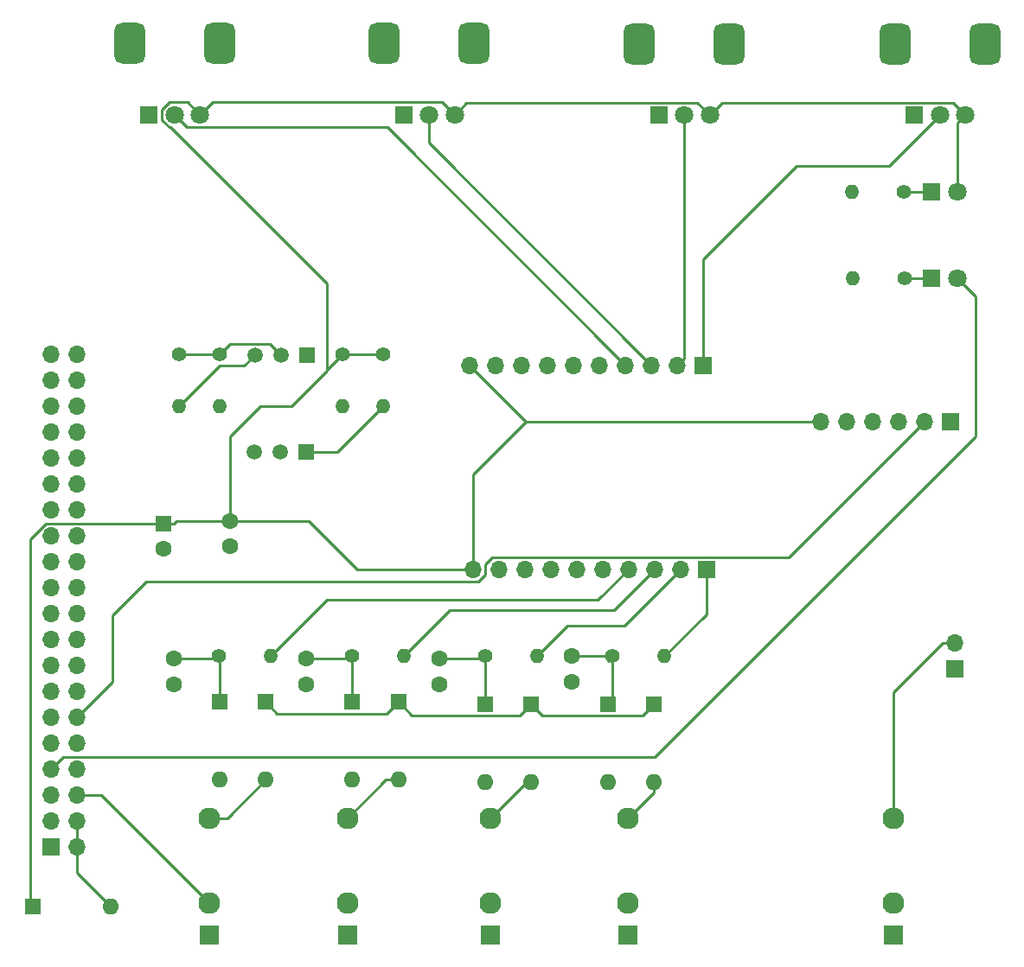
<source format=gbr>
%TF.GenerationSoftware,KiCad,Pcbnew,8.0.0*%
%TF.CreationDate,2024-04-01T16:50:34+09:00*%
%TF.ProjectId,Raverack,52617665-7261-4636-9b2e-6b696361645f,rev?*%
%TF.SameCoordinates,Original*%
%TF.FileFunction,Copper,L1,Top*%
%TF.FilePolarity,Positive*%
%FSLAX46Y46*%
G04 Gerber Fmt 4.6, Leading zero omitted, Abs format (unit mm)*
G04 Created by KiCad (PCBNEW 8.0.0) date 2024-04-01 16:50:34*
%MOMM*%
%LPD*%
G01*
G04 APERTURE LIST*
G04 Aperture macros list*
%AMRoundRect*
0 Rectangle with rounded corners*
0 $1 Rounding radius*
0 $2 $3 $4 $5 $6 $7 $8 $9 X,Y pos of 4 corners*
0 Add a 4 corners polygon primitive as box body*
4,1,4,$2,$3,$4,$5,$6,$7,$8,$9,$2,$3,0*
0 Add four circle primitives for the rounded corners*
1,1,$1+$1,$2,$3*
1,1,$1+$1,$4,$5*
1,1,$1+$1,$6,$7*
1,1,$1+$1,$8,$9*
0 Add four rect primitives between the rounded corners*
20,1,$1+$1,$2,$3,$4,$5,0*
20,1,$1+$1,$4,$5,$6,$7,0*
20,1,$1+$1,$6,$7,$8,$9,0*
20,1,$1+$1,$8,$9,$2,$3,0*%
G04 Aperture macros list end*
%TA.AperFunction,ComponentPad*%
%ADD10C,1.600000*%
%TD*%
%TA.AperFunction,ComponentPad*%
%ADD11C,1.400000*%
%TD*%
%TA.AperFunction,ComponentPad*%
%ADD12O,1.400000X1.400000*%
%TD*%
%TA.AperFunction,ComponentPad*%
%ADD13R,1.600000X1.600000*%
%TD*%
%TA.AperFunction,ComponentPad*%
%ADD14O,1.600000X1.600000*%
%TD*%
%TA.AperFunction,ComponentPad*%
%ADD15R,1.930000X1.830000*%
%TD*%
%TA.AperFunction,ComponentPad*%
%ADD16C,2.130000*%
%TD*%
%TA.AperFunction,ComponentPad*%
%ADD17R,1.500000X1.500000*%
%TD*%
%TA.AperFunction,ComponentPad*%
%ADD18C,1.500000*%
%TD*%
%TA.AperFunction,ComponentPad*%
%ADD19R,1.700000X1.700000*%
%TD*%
%TA.AperFunction,ComponentPad*%
%ADD20O,1.700000X1.700000*%
%TD*%
%TA.AperFunction,ComponentPad*%
%ADD21R,1.800000X1.800000*%
%TD*%
%TA.AperFunction,ComponentPad*%
%ADD22C,1.800000*%
%TD*%
%TA.AperFunction,ComponentPad*%
%ADD23RoundRect,0.750000X0.750000X-1.250000X0.750000X1.250000X-0.750000X1.250000X-0.750000X-1.250000X0*%
%TD*%
%TA.AperFunction,Conductor*%
%ADD24C,0.250000*%
%TD*%
G04 APERTURE END LIST*
D10*
%TO.P,C2,1*%
%TO.N,Net-(D3-K)*%
X122000000Y-102250000D03*
%TO.P,C2,2*%
%TO.N,GND*%
X122000000Y-104750000D03*
%TD*%
D11*
%TO.P,R4,1*%
%TO.N,Net-(D7-K)*%
X151960000Y-102000000D03*
D12*
%TO.P,R4,2*%
%TO.N,ADC1_D*%
X157040000Y-102000000D03*
%TD*%
D11*
%TO.P,R2,1*%
%TO.N,Net-(D3-K)*%
X126460000Y-102000000D03*
D12*
%TO.P,R2,2*%
%TO.N,ADC1_B*%
X131540000Y-102000000D03*
%TD*%
D13*
%TO.P,D1,1,K*%
%TO.N,Net-(D1-K)*%
X113500000Y-106500000D03*
D14*
%TO.P,D1,2,A*%
%TO.N,GND*%
X113500000Y-114120000D03*
%TD*%
D15*
%TO.P,J2,S*%
%TO.N,GND*%
X126000000Y-129280000D03*
D16*
%TO.P,J2,T*%
%TO.N,Net-(D3-K)*%
X126000000Y-117880000D03*
%TO.P,J2,TN*%
%TO.N,GND*%
X126000000Y-126180000D03*
%TD*%
D10*
%TO.P,C4,1*%
%TO.N,Net-(D7-K)*%
X148000000Y-102000000D03*
%TO.P,C4,2*%
%TO.N,GND*%
X148000000Y-104500000D03*
%TD*%
D17*
%TO.P,Q2,1,D*%
%TO.N,SDA*%
X122000000Y-82000000D03*
D18*
%TO.P,Q2,2,G*%
%TO.N,3.3V*%
X119460000Y-82000000D03*
%TO.P,Q2,3,S*%
%TO.N,SDA3.3V*%
X116920000Y-82000000D03*
%TD*%
D19*
%TO.P,ADS1115_A1,1,Pin_1*%
%TO.N,ADC1_D*%
X161160000Y-93500000D03*
D20*
%TO.P,ADS1115_A1,2,Pin_2*%
%TO.N,ADC1_C*%
X158620000Y-93500000D03*
%TO.P,ADS1115_A1,3,Pin_3*%
%TO.N,ADC1_B*%
X156080000Y-93500000D03*
%TO.P,ADS1115_A1,4,Pin_4*%
%TO.N,ADC1_A*%
X153540000Y-93500000D03*
%TO.P,ADS1115_A1,5,Pin_5*%
%TO.N,GND*%
X151000000Y-93500000D03*
%TO.P,ADS1115_A1,6,Pin_6*%
%TO.N,5V*%
X148460000Y-93500000D03*
%TO.P,ADS1115_A1,7,Pin_7*%
%TO.N,SDA*%
X145920000Y-93500000D03*
%TO.P,ADS1115_A1,8,Pin_8*%
%TO.N,SCL*%
X143380000Y-93500000D03*
%TO.P,ADS1115_A1,9,Pin_9*%
%TO.N,GND*%
X140840000Y-93500000D03*
%TO.P,ADS1115_A1,10,Pin_10*%
%TO.N,5V*%
X138300000Y-93500000D03*
%TD*%
D11*
%TO.P,R1,1*%
%TO.N,Net-(D1-K)*%
X113460000Y-102000000D03*
D12*
%TO.P,R1,2*%
%TO.N,ADC1_A*%
X118540000Y-102000000D03*
%TD*%
D13*
%TO.P,D5,1,K*%
%TO.N,Net-(D5-K)*%
X139500000Y-106690000D03*
D14*
%TO.P,D5,2,A*%
%TO.N,GND*%
X139500000Y-114310000D03*
%TD*%
D21*
%TO.P,D8,1,K*%
%TO.N,Net-(D8-K)*%
X183225000Y-56500000D03*
D22*
%TO.P,D8,2,A*%
%TO.N,5V*%
X185765000Y-56500000D03*
%TD*%
D13*
%TO.P,D9,1,K*%
%TO.N,5V*%
X156000000Y-106690000D03*
D14*
%TO.P,D9,2,A*%
%TO.N,Net-(D7-K)*%
X156000000Y-114310000D03*
%TD*%
D21*
%TO.P,RV3,1,1*%
%TO.N,GND*%
X156500000Y-49000000D03*
D22*
%TO.P,RV3,2,2*%
%TO.N,ADC2_C*%
X159000000Y-49000000D03*
%TO.P,RV3,3,3*%
%TO.N,5V*%
X161500000Y-49000000D03*
D23*
%TO.P,RV3,MP*%
%TO.N,N/C*%
X154600000Y-42000000D03*
X163400000Y-42000000D03*
%TD*%
D11*
%TO.P,R9,1*%
%TO.N,5V*%
X125500000Y-72460000D03*
D12*
%TO.P,R9,2*%
%TO.N,SCL*%
X125500000Y-77540000D03*
%TD*%
D15*
%TO.P,J4,S*%
%TO.N,GND*%
X153500000Y-129280000D03*
D16*
%TO.P,J4,T*%
%TO.N,Net-(D7-K)*%
X153500000Y-117880000D03*
%TO.P,J4,TN*%
%TO.N,GND*%
X153500000Y-126180000D03*
%TD*%
D11*
%TO.P,R5,1*%
%TO.N,Net-(D8-K)*%
X180500000Y-56500000D03*
D12*
%TO.P,R5,2*%
%TO.N,GND*%
X175420000Y-56500000D03*
%TD*%
D13*
%TO.P,D11,1,K*%
%TO.N,5V*%
X95190000Y-126500000D03*
D14*
%TO.P,D11,2,A*%
%TO.N,Net-(D11-A)*%
X102810000Y-126500000D03*
%TD*%
D21*
%TO.P,D10,1,K*%
%TO.N,Net-(D10-K)*%
X183225000Y-65000000D03*
D22*
%TO.P,D10,2,A*%
%TO.N,GPIO4_PiLed*%
X185765000Y-65000000D03*
%TD*%
D13*
%TO.P,D6,1,K*%
%TO.N,5V*%
X144000000Y-106690000D03*
D14*
%TO.P,D6,2,A*%
%TO.N,Net-(D5-K)*%
X144000000Y-114310000D03*
%TD*%
D10*
%TO.P,C3,1*%
%TO.N,Net-(D5-K)*%
X135000000Y-102250000D03*
%TO.P,C3,2*%
%TO.N,GND*%
X135000000Y-104750000D03*
%TD*%
D13*
%TO.P,D7,1,K*%
%TO.N,Net-(D7-K)*%
X151500000Y-106690000D03*
D14*
%TO.P,D7,2,A*%
%TO.N,GND*%
X151500000Y-114310000D03*
%TD*%
D21*
%TO.P,RV4,1,1*%
%TO.N,GND*%
X181500000Y-49000000D03*
D22*
%TO.P,RV4,2,2*%
%TO.N,ADC2_D*%
X184000000Y-49000000D03*
%TO.P,RV4,3,3*%
%TO.N,5V*%
X186500000Y-49000000D03*
D23*
%TO.P,RV4,MP*%
%TO.N,N/C*%
X179600000Y-42000000D03*
X188400000Y-42000000D03*
%TD*%
D13*
%TO.P,D2,1,K*%
%TO.N,5V*%
X118000000Y-106500000D03*
D14*
%TO.P,D2,2,A*%
%TO.N,Net-(D1-K)*%
X118000000Y-114120000D03*
%TD*%
D15*
%TO.P,J1,S*%
%TO.N,GND*%
X112500000Y-129280000D03*
D16*
%TO.P,J1,T*%
%TO.N,Net-(D1-K)*%
X112500000Y-117880000D03*
%TO.P,J1,TN*%
%TO.N,GND*%
X112500000Y-126180000D03*
%TD*%
D15*
%TO.P,J5,S*%
%TO.N,GND*%
X179500000Y-129280000D03*
D16*
%TO.P,J5,T*%
%TO.N,Net-(AudioOut1-Pin_2)*%
X179500000Y-117880000D03*
%TO.P,J5,TN*%
%TO.N,GND*%
X179500000Y-126180000D03*
%TD*%
D11*
%TO.P,R3,1*%
%TO.N,Net-(D5-K)*%
X139500000Y-102000000D03*
D12*
%TO.P,R3,2*%
%TO.N,ADC1_C*%
X144580000Y-102000000D03*
%TD*%
D21*
%TO.P,RV1,1,1*%
%TO.N,GND*%
X106600000Y-48950000D03*
D22*
%TO.P,RV1,2,2*%
%TO.N,ADC2_A*%
X109100000Y-48950000D03*
%TO.P,RV1,3,3*%
%TO.N,5V*%
X111600000Y-48950000D03*
D23*
%TO.P,RV1,MP*%
%TO.N,N/C*%
X104700000Y-41950000D03*
X113500000Y-41950000D03*
%TD*%
D15*
%TO.P,J3,S*%
%TO.N,GND*%
X140000000Y-129280000D03*
D16*
%TO.P,J3,T*%
%TO.N,Net-(D5-K)*%
X140000000Y-117880000D03*
%TO.P,J3,TN*%
%TO.N,GND*%
X140000000Y-126180000D03*
%TD*%
D11*
%TO.P,R7,1*%
%TO.N,3.3V*%
X109500000Y-72460000D03*
D12*
%TO.P,R7,2*%
%TO.N,SCL3.3V*%
X109500000Y-77540000D03*
%TD*%
D11*
%TO.P,R10,1*%
%TO.N,5V*%
X129500000Y-72460000D03*
D12*
%TO.P,R10,2*%
%TO.N,SDA*%
X129500000Y-77540000D03*
%TD*%
D10*
%TO.P,C1,1*%
%TO.N,Net-(D1-K)*%
X109000000Y-102250000D03*
%TO.P,C1,2*%
%TO.N,GND*%
X109000000Y-104750000D03*
%TD*%
D11*
%TO.P,R8,1*%
%TO.N,3.3V*%
X113500000Y-72460000D03*
D12*
%TO.P,R8,2*%
%TO.N,SDA3.3V*%
X113500000Y-77540000D03*
%TD*%
D11*
%TO.P,R6,1*%
%TO.N,Net-(D10-K)*%
X180540000Y-65000000D03*
D12*
%TO.P,R6,2*%
%TO.N,GND*%
X175460000Y-65000000D03*
%TD*%
D19*
%TO.P,PCM5102,1,Pin_1*%
%TO.N,GND*%
X185080000Y-79000000D03*
D20*
%TO.P,PCM5102,2,Pin_2*%
%TO.N,BCK*%
X182540000Y-79000000D03*
%TO.P,PCM5102,3,Pin_3*%
%TO.N,DIN*%
X180000000Y-79000000D03*
%TO.P,PCM5102,4,Pin_4*%
%TO.N,LCK*%
X177460000Y-79000000D03*
%TO.P,PCM5102,5,Pin_5*%
%TO.N,GND*%
X174920000Y-79000000D03*
%TO.P,PCM5102,6,Pin_6*%
%TO.N,5V*%
X172380000Y-79000000D03*
%TD*%
D13*
%TO.P,D4,1,K*%
%TO.N,5V*%
X131000000Y-106500000D03*
D14*
%TO.P,D4,2,A*%
%TO.N,Net-(D3-K)*%
X131000000Y-114120000D03*
%TD*%
D13*
%TO.P,D3,1,K*%
%TO.N,Net-(D3-K)*%
X126500000Y-106500000D03*
D14*
%TO.P,D3,2,A*%
%TO.N,GND*%
X126500000Y-114120000D03*
%TD*%
D17*
%TO.P,Q1,1,D*%
%TO.N,SCL*%
X122040000Y-72500000D03*
D18*
%TO.P,Q1,2,G*%
%TO.N,3.3V*%
X119500000Y-72500000D03*
%TO.P,Q1,3,S*%
%TO.N,SCL3.3V*%
X116960000Y-72500000D03*
%TD*%
D10*
%TO.P,C5,1*%
%TO.N,5V*%
X114500000Y-88750000D03*
%TO.P,C5,2*%
%TO.N,GND*%
X114500000Y-91250000D03*
%TD*%
D19*
%TO.P,AudioOut1,1,Pin_1*%
%TO.N,GND*%
X185500000Y-103275000D03*
D20*
%TO.P,AudioOut1,2,Pin_2*%
%TO.N,Net-(AudioOut1-Pin_2)*%
X185500000Y-100735000D03*
%TD*%
D19*
%TO.P,ADS1115_B1,1,Pin_1*%
%TO.N,ADC2_D*%
X160860000Y-73500000D03*
D20*
%TO.P,ADS1115_B1,2,Pin_2*%
%TO.N,ADC2_C*%
X158320000Y-73500000D03*
%TO.P,ADS1115_B1,3,Pin_3*%
%TO.N,ADC2_B*%
X155780000Y-73500000D03*
%TO.P,ADS1115_B1,4,Pin_4*%
%TO.N,ADC2_A*%
X153240000Y-73500000D03*
%TO.P,ADS1115_B1,5,Pin_5*%
%TO.N,GND*%
X150700000Y-73500000D03*
%TO.P,ADS1115_B1,6,Pin_6*%
X148160000Y-73500000D03*
%TO.P,ADS1115_B1,7,Pin_7*%
%TO.N,SDA*%
X145620000Y-73500000D03*
%TO.P,ADS1115_B1,8,Pin_8*%
%TO.N,SCL*%
X143080000Y-73500000D03*
%TO.P,ADS1115_B1,9,Pin_9*%
%TO.N,GND*%
X140540000Y-73500000D03*
%TO.P,ADS1115_B1,10,Pin_10*%
%TO.N,5V*%
X138000000Y-73500000D03*
%TD*%
D21*
%TO.P,RV2,1,1*%
%TO.N,GND*%
X131500000Y-48950000D03*
D22*
%TO.P,RV2,2,2*%
%TO.N,ADC2_B*%
X134000000Y-48950000D03*
%TO.P,RV2,3,3*%
%TO.N,5V*%
X136500000Y-48950000D03*
D23*
%TO.P,RV2,MP*%
%TO.N,N/C*%
X129600000Y-41950000D03*
X138400000Y-41950000D03*
%TD*%
D13*
%TO.P,C6,1*%
%TO.N,5V*%
X108000000Y-89000000D03*
D10*
%TO.P,C6,2*%
%TO.N,GND*%
X108000000Y-91500000D03*
%TD*%
D19*
%TO.P,RaspiIO1,1,Pin_1*%
%TO.N,N/C*%
X97000000Y-120660000D03*
D20*
%TO.P,RaspiIO1,2,Pin_2*%
%TO.N,Net-(D11-A)*%
X99540000Y-120660000D03*
%TO.P,RaspiIO1,3,Pin_3*%
%TO.N,SDA3.3V*%
X97000000Y-118120000D03*
%TO.P,RaspiIO1,4,Pin_4*%
%TO.N,Net-(D11-A)*%
X99540000Y-118120000D03*
%TO.P,RaspiIO1,5,Pin_5*%
%TO.N,SCL3.3V*%
X97000000Y-115580000D03*
%TO.P,RaspiIO1,6,Pin_6*%
%TO.N,GND*%
X99540000Y-115580000D03*
%TO.P,RaspiIO1,7,Pin_7*%
%TO.N,GPIO4_PiLed*%
X97000000Y-113040000D03*
%TO.P,RaspiIO1,8,Pin_8*%
%TO.N,unconnected-(RaspiIO1-Pin_8-Pad8)*%
X99540000Y-113040000D03*
%TO.P,RaspiIO1,9,Pin_9*%
%TO.N,unconnected-(RaspiIO1-Pin_9-Pad9)*%
X97000000Y-110500000D03*
%TO.P,RaspiIO1,10,Pin_10*%
%TO.N,unconnected-(RaspiIO1-Pin_10-Pad10)*%
X99540000Y-110500000D03*
%TO.P,RaspiIO1,11,Pin_11*%
%TO.N,unconnected-(RaspiIO1-Pin_11-Pad11)*%
X97000000Y-107960000D03*
%TO.P,RaspiIO1,12,Pin_12*%
%TO.N,BCK*%
X99540000Y-107960000D03*
%TO.P,RaspiIO1,13,Pin_13*%
%TO.N,unconnected-(RaspiIO1-Pin_13-Pad13)*%
X97000000Y-105420000D03*
%TO.P,RaspiIO1,14,Pin_14*%
%TO.N,GND*%
X99540000Y-105420000D03*
%TO.P,RaspiIO1,15,Pin_15*%
%TO.N,unconnected-(RaspiIO1-Pin_15-Pad15)*%
X97000000Y-102880000D03*
%TO.P,RaspiIO1,16,Pin_16*%
%TO.N,unconnected-(RaspiIO1-Pin_16-Pad16)*%
X99540000Y-102880000D03*
%TO.P,RaspiIO1,17,Pin_17*%
%TO.N,3.3V*%
X97000000Y-100340000D03*
%TO.P,RaspiIO1,18,Pin_18*%
%TO.N,unconnected-(RaspiIO1-Pin_18-Pad18)*%
X99540000Y-100340000D03*
%TO.P,RaspiIO1,19,Pin_19*%
%TO.N,unconnected-(RaspiIO1-Pin_19-Pad19)*%
X97000000Y-97800000D03*
%TO.P,RaspiIO1,20,Pin_20*%
%TO.N,unconnected-(RaspiIO1-Pin_20-Pad20)*%
X99540000Y-97800000D03*
%TO.P,RaspiIO1,21,Pin_21*%
%TO.N,unconnected-(RaspiIO1-Pin_21-Pad21)*%
X97000000Y-95260000D03*
%TO.P,RaspiIO1,22,Pin_22*%
%TO.N,unconnected-(RaspiIO1-Pin_22-Pad22)*%
X99540000Y-95260000D03*
%TO.P,RaspiIO1,23,Pin_23*%
%TO.N,unconnected-(RaspiIO1-Pin_23-Pad23)*%
X97000000Y-92720000D03*
%TO.P,RaspiIO1,24,Pin_24*%
%TO.N,unconnected-(RaspiIO1-Pin_24-Pad24)*%
X99540000Y-92720000D03*
%TO.P,RaspiIO1,25,Pin_25*%
%TO.N,unconnected-(RaspiIO1-Pin_25-Pad25)*%
X97000000Y-90180000D03*
%TO.P,RaspiIO1,26,Pin_26*%
%TO.N,unconnected-(RaspiIO1-Pin_26-Pad26)*%
X99540000Y-90180000D03*
%TO.P,RaspiIO1,27,Pin_27*%
%TO.N,unconnected-(RaspiIO1-Pin_27-Pad27)*%
X97000000Y-87640000D03*
%TO.P,RaspiIO1,28,Pin_28*%
%TO.N,unconnected-(RaspiIO1-Pin_28-Pad28)*%
X99540000Y-87640000D03*
%TO.P,RaspiIO1,29,Pin_29*%
%TO.N,unconnected-(RaspiIO1-Pin_29-Pad29)*%
X97000000Y-85100000D03*
%TO.P,RaspiIO1,30,Pin_30*%
%TO.N,unconnected-(RaspiIO1-Pin_30-Pad30)*%
X99540000Y-85100000D03*
%TO.P,RaspiIO1,31,Pin_31*%
%TO.N,unconnected-(RaspiIO1-Pin_31-Pad31)*%
X97000000Y-82560000D03*
%TO.P,RaspiIO1,32,Pin_32*%
%TO.N,unconnected-(RaspiIO1-Pin_32-Pad32)*%
X99540000Y-82560000D03*
%TO.P,RaspiIO1,33,Pin_33*%
%TO.N,unconnected-(RaspiIO1-Pin_33-Pad33)*%
X97000000Y-80020000D03*
%TO.P,RaspiIO1,34,Pin_34*%
%TO.N,unconnected-(RaspiIO1-Pin_34-Pad34)*%
X99540000Y-80020000D03*
%TO.P,RaspiIO1,35,Pin_35*%
%TO.N,LCK*%
X97000000Y-77480000D03*
%TO.P,RaspiIO1,36,Pin_36*%
%TO.N,unconnected-(RaspiIO1-Pin_36-Pad36)*%
X99540000Y-77480000D03*
%TO.P,RaspiIO1,37,Pin_37*%
%TO.N,unconnected-(RaspiIO1-Pin_37-Pad37)*%
X97000000Y-74940000D03*
%TO.P,RaspiIO1,38,Pin_38*%
%TO.N,unconnected-(RaspiIO1-Pin_38-Pad38)*%
X99540000Y-74940000D03*
%TO.P,RaspiIO1,39,Pin_39*%
%TO.N,GND*%
X97000000Y-72400000D03*
%TO.P,RaspiIO1,40,Pin_40*%
%TO.N,DIN*%
X99540000Y-72400000D03*
%TD*%
D24*
%TO.N,SDA*%
X122000000Y-82000000D02*
X125040000Y-82000000D01*
X125040000Y-82000000D02*
X129500000Y-77540000D01*
%TO.N,ADC1_D*%
X157040000Y-102000000D02*
X161160000Y-97880000D01*
X161160000Y-97880000D02*
X161160000Y-93500000D01*
%TO.N,5V*%
X108675000Y-50175000D02*
X108592588Y-50175000D01*
X107875000Y-48442588D02*
X108592588Y-47725000D01*
X114500000Y-80500000D02*
X117500000Y-77500000D01*
X185765000Y-49735000D02*
X186500000Y-49000000D01*
X108592588Y-47725000D02*
X110375000Y-47725000D01*
X95000000Y-90518299D02*
X95000000Y-126310000D01*
X143500000Y-79000000D02*
X138300000Y-84200000D01*
X136500000Y-48950000D02*
X135275000Y-47725000D01*
X143500000Y-79000000D02*
X138000000Y-73500000D01*
X124000000Y-65500000D02*
X108675000Y-50175000D01*
X110375000Y-47725000D02*
X111600000Y-48950000D01*
X112825000Y-47725000D02*
X111600000Y-48950000D01*
X109250000Y-88750000D02*
X114500000Y-88750000D01*
X137675000Y-47775000D02*
X136500000Y-48950000D01*
X119125000Y-107625000D02*
X129875000Y-107625000D01*
X107875000Y-49457412D02*
X107875000Y-48442588D01*
X131000000Y-106500000D02*
X132315000Y-107815000D01*
X160275000Y-47775000D02*
X137675000Y-47775000D01*
X124000000Y-74000000D02*
X124000000Y-65500000D01*
X162725000Y-47775000D02*
X161500000Y-49000000D01*
X108592588Y-50175000D02*
X107875000Y-49457412D01*
X107555000Y-89445000D02*
X108000000Y-89000000D01*
X186500000Y-49000000D02*
X185275000Y-47775000D01*
X108000000Y-89000000D02*
X96518299Y-89000000D01*
X96518299Y-89000000D02*
X95000000Y-90518299D01*
X142875000Y-107815000D02*
X144000000Y-106690000D01*
X138300000Y-84200000D02*
X138300000Y-93500000D01*
X95000000Y-126310000D02*
X95190000Y-126500000D01*
X185765000Y-56500000D02*
X185765000Y-49735000D01*
X108000000Y-89000000D02*
X109000000Y-89000000D01*
X124000000Y-74000000D02*
X124000000Y-73960000D01*
X145125000Y-107815000D02*
X154875000Y-107815000D01*
X132315000Y-107815000D02*
X142875000Y-107815000D01*
X135275000Y-47725000D02*
X112825000Y-47725000D01*
X125500000Y-72460000D02*
X129500000Y-72460000D01*
X117500000Y-77500000D02*
X120500000Y-77500000D01*
X161500000Y-49000000D02*
X160275000Y-47775000D01*
X144000000Y-106690000D02*
X145125000Y-107815000D01*
X114500000Y-88750000D02*
X114500000Y-80500000D01*
X122250000Y-88750000D02*
X127000000Y-93500000D01*
X154875000Y-107815000D02*
X156000000Y-106690000D01*
X120500000Y-77500000D02*
X124000000Y-74000000D01*
X143500000Y-79000000D02*
X172380000Y-79000000D01*
X118000000Y-106500000D02*
X119125000Y-107625000D01*
X129875000Y-107625000D02*
X131000000Y-106500000D01*
X127000000Y-93500000D02*
X138300000Y-93500000D01*
X185275000Y-47775000D02*
X162725000Y-47775000D01*
X114500000Y-88750000D02*
X122250000Y-88750000D01*
X124000000Y-73960000D02*
X125500000Y-72460000D01*
X109000000Y-89000000D02*
X109250000Y-88750000D01*
%TO.N,ADC1_B*%
X136040000Y-97500000D02*
X152080000Y-97500000D01*
X152080000Y-97500000D02*
X156080000Y-93500000D01*
X131540000Y-102000000D02*
X136040000Y-97500000D01*
%TO.N,ADC1_C*%
X147580000Y-99000000D02*
X153120000Y-99000000D01*
X153120000Y-99000000D02*
X158620000Y-93500000D01*
X144580000Y-102000000D02*
X147580000Y-99000000D01*
%TO.N,GND*%
X106950000Y-48950000D02*
X106600000Y-48950000D01*
X99540000Y-115580000D02*
X101900000Y-115580000D01*
X101900000Y-115580000D02*
X112500000Y-126180000D01*
%TO.N,ADC1_A*%
X150540000Y-96500000D02*
X153540000Y-93500000D01*
X118540000Y-102000000D02*
X124040000Y-96500000D01*
X124040000Y-96500000D02*
X150540000Y-96500000D01*
%TO.N,ADC2_D*%
X160860000Y-63140000D02*
X160860000Y-73500000D01*
X170000000Y-54000000D02*
X160860000Y-63140000D01*
X179000000Y-54000000D02*
X170000000Y-54000000D01*
X184000000Y-49000000D02*
X179000000Y-54000000D01*
%TO.N,ADC2_A*%
X109100000Y-48950000D02*
X110325000Y-50175000D01*
X110325000Y-50175000D02*
X129915000Y-50175000D01*
X129915000Y-50175000D02*
X153240000Y-73500000D01*
%TO.N,ADC2_C*%
X159000000Y-49000000D02*
X159000000Y-72820000D01*
X159000000Y-72820000D02*
X158320000Y-73500000D01*
%TO.N,ADC2_B*%
X134000000Y-51720000D02*
X155780000Y-73500000D01*
X134000000Y-48950000D02*
X134000000Y-51720000D01*
%TO.N,Net-(AudioOut1-Pin_2)*%
X184265000Y-100735000D02*
X185500000Y-100735000D01*
X179500000Y-105500000D02*
X184265000Y-100735000D01*
X179500000Y-117880000D02*
X179500000Y-105500000D01*
%TO.N,Net-(D1-K)*%
X113210000Y-102250000D02*
X113460000Y-102000000D01*
X112500000Y-117880000D02*
X114240000Y-117880000D01*
X114240000Y-117880000D02*
X118000000Y-114120000D01*
X113500000Y-106500000D02*
X113500000Y-102040000D01*
X113500000Y-102040000D02*
X113460000Y-102000000D01*
X109000000Y-102250000D02*
X113210000Y-102250000D01*
%TO.N,Net-(D3-K)*%
X126210000Y-102250000D02*
X126460000Y-102000000D01*
X126500000Y-106500000D02*
X126500000Y-102040000D01*
X129760000Y-114120000D02*
X131000000Y-114120000D01*
X122000000Y-102250000D02*
X126210000Y-102250000D01*
X126000000Y-117880000D02*
X129760000Y-114120000D01*
X126500000Y-102040000D02*
X126460000Y-102000000D01*
%TO.N,Net-(D5-K)*%
X139500000Y-117380000D02*
X140000000Y-117880000D01*
X139500000Y-106690000D02*
X139500000Y-102000000D01*
X143570000Y-114310000D02*
X144000000Y-114310000D01*
X135000000Y-102250000D02*
X139250000Y-102250000D01*
X139250000Y-102250000D02*
X139500000Y-102000000D01*
X140000000Y-117880000D02*
X143570000Y-114310000D01*
%TO.N,Net-(D7-K)*%
X151960000Y-102000000D02*
X151500000Y-102460000D01*
X156000000Y-114310000D02*
X156000000Y-115380000D01*
X148000000Y-102000000D02*
X151960000Y-102000000D01*
X151960000Y-102000000D02*
X151960000Y-106230000D01*
X151960000Y-106230000D02*
X151500000Y-106690000D01*
X156000000Y-115380000D02*
X153500000Y-117880000D01*
%TO.N,Net-(D11-A)*%
X99540000Y-118120000D02*
X99540000Y-123230000D01*
X99540000Y-123230000D02*
X102810000Y-126500000D01*
%TO.N,Net-(D8-K)*%
X180500000Y-56500000D02*
X183225000Y-56500000D01*
%TO.N,Net-(D10-K)*%
X180540000Y-65000000D02*
X183225000Y-65000000D01*
%TO.N,GPIO4_PiLed*%
X97000000Y-113040000D02*
X98175000Y-111865000D01*
X98175000Y-111865000D02*
X156135000Y-111865000D01*
X156135000Y-111865000D02*
X187500000Y-80500000D01*
X187500000Y-80500000D02*
X187500000Y-66735000D01*
X187500000Y-66735000D02*
X185765000Y-65000000D01*
%TO.N,BCK*%
X169215000Y-92325000D02*
X140163299Y-92325000D01*
X139475000Y-93986701D02*
X138786701Y-94675000D01*
X182540000Y-79000000D02*
X169215000Y-92325000D01*
X103000000Y-104500000D02*
X99540000Y-107960000D01*
X139475000Y-93013299D02*
X139475000Y-93986701D01*
X138786701Y-94675000D02*
X106325000Y-94675000D01*
X103000000Y-98000000D02*
X103000000Y-104500000D01*
X106325000Y-94675000D02*
X103000000Y-98000000D01*
X140163299Y-92325000D02*
X139475000Y-93013299D01*
%TO.N,3.3V*%
X118425000Y-71425000D02*
X119500000Y-72500000D01*
X114535000Y-71425000D02*
X118425000Y-71425000D01*
X113500000Y-72460000D02*
X109500000Y-72460000D01*
X113500000Y-72460000D02*
X114535000Y-71425000D01*
%TO.N,SCL3.3V*%
X116960000Y-72500000D02*
X115910000Y-73550000D01*
X115910000Y-73550000D02*
X113490000Y-73550000D01*
X109500000Y-77540000D02*
X113490000Y-73550000D01*
%TD*%
M02*

</source>
